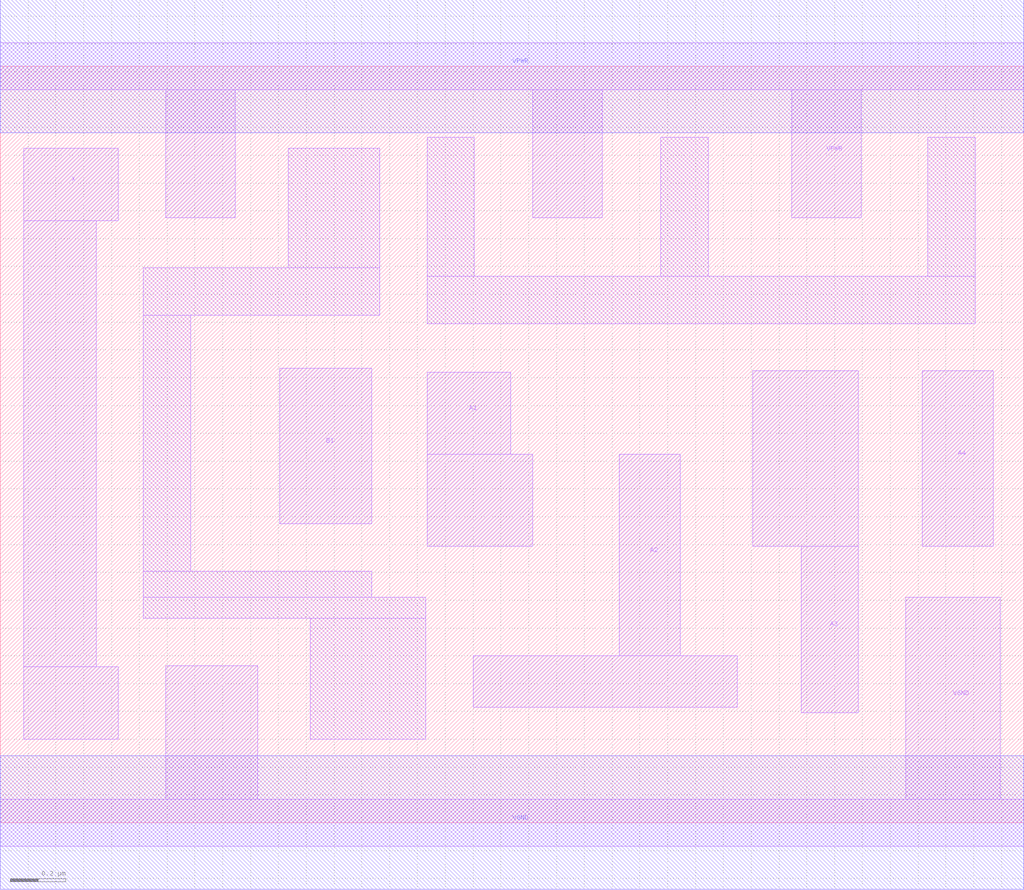
<source format=lef>
# Copyright 2020 The SkyWater PDK Authors
#
# Licensed under the Apache License, Version 2.0 (the "License");
# you may not use this file except in compliance with the License.
# You may obtain a copy of the License at
#
#     https://www.apache.org/licenses/LICENSE-2.0
#
# Unless required by applicable law or agreed to in writing, software
# distributed under the License is distributed on an "AS IS" BASIS,
# WITHOUT WARRANTIES OR CONDITIONS OF ANY KIND, either express or implied.
# See the License for the specific language governing permissions and
# limitations under the License.
#
# SPDX-License-Identifier: Apache-2.0

VERSION 5.5 ;
NAMESCASESENSITIVE ON ;
BUSBITCHARS "[]" ;
DIVIDERCHAR "/" ;
MACRO sky130_fd_sc_hd__a41o_1
  CLASS CORE ;
  SOURCE USER ;
  ORIGIN  0.000000  0.000000 ;
  SIZE  3.680000 BY  2.720000 ;
  SYMMETRY X Y R90 ;
  SITE unithd ;
  PIN A1
    ANTENNAGATEAREA  0.247500 ;
    DIRECTION INPUT ;
    USE SIGNAL ;
    PORT
      LAYER li1 ;
        RECT 1.535000 0.995000 1.915000 1.325000 ;
        RECT 1.535000 1.325000 1.835000 1.620000 ;
    END
  END A1
  PIN A2
    ANTENNAGATEAREA  0.247500 ;
    DIRECTION INPUT ;
    USE SIGNAL ;
    PORT
      LAYER li1 ;
        RECT 1.700000 0.415000 2.650000 0.600000 ;
        RECT 2.225000 0.600000 2.445000 1.325000 ;
    END
  END A2
  PIN A3
    ANTENNAGATEAREA  0.247500 ;
    DIRECTION INPUT ;
    USE SIGNAL ;
    PORT
      LAYER li1 ;
        RECT 2.705000 0.995000 3.085000 1.625000 ;
        RECT 2.880000 0.395000 3.085000 0.995000 ;
    END
  END A3
  PIN A4
    ANTENNAGATEAREA  0.247500 ;
    DIRECTION INPUT ;
    USE SIGNAL ;
    PORT
      LAYER li1 ;
        RECT 3.315000 0.995000 3.570000 1.625000 ;
    END
  END A4
  PIN B1
    ANTENNAGATEAREA  0.247500 ;
    DIRECTION INPUT ;
    USE SIGNAL ;
    PORT
      LAYER li1 ;
        RECT 1.005000 1.075000 1.335000 1.635000 ;
    END
  END B1
  PIN X
    ANTENNADIFFAREA  0.429000 ;
    DIRECTION OUTPUT ;
    USE SIGNAL ;
    PORT
      LAYER li1 ;
        RECT 0.085000 0.300000 0.425000 0.560000 ;
        RECT 0.085000 0.560000 0.345000 2.165000 ;
        RECT 0.085000 2.165000 0.425000 2.425000 ;
    END
  END X
  PIN VGND
    DIRECTION INOUT ;
    SHAPE ABUTMENT ;
    USE GROUND ;
    PORT
      LAYER li1 ;
        RECT 0.000000 -0.085000 3.680000 0.085000 ;
        RECT 0.595000  0.085000 0.925000 0.565000 ;
        RECT 3.255000  0.085000 3.595000 0.810000 ;
    END
    PORT
      LAYER met1 ;
        RECT 0.000000 -0.240000 3.680000 0.240000 ;
    END
  END VGND
  PIN VPWR
    DIRECTION INOUT ;
    SHAPE ABUTMENT ;
    USE POWER ;
    PORT
      LAYER li1 ;
        RECT 0.000000 2.635000 3.680000 2.805000 ;
        RECT 0.595000 2.175000 0.845000 2.635000 ;
        RECT 1.915000 2.175000 2.165000 2.635000 ;
        RECT 2.845000 2.175000 3.095000 2.635000 ;
    END
    PORT
      LAYER met1 ;
        RECT 0.000000 2.480000 3.680000 2.960000 ;
    END
  END VPWR
  OBS
    LAYER li1 ;
      RECT 0.515000 0.735000 1.530000 0.810000 ;
      RECT 0.515000 0.810000 1.335000 0.905000 ;
      RECT 0.515000 0.905000 0.685000 1.825000 ;
      RECT 0.515000 1.825000 1.365000 1.995000 ;
      RECT 1.035000 1.995000 1.365000 2.425000 ;
      RECT 1.115000 0.300000 1.530000 0.735000 ;
      RECT 1.535000 1.795000 3.505000 1.965000 ;
      RECT 1.535000 1.965000 1.705000 2.465000 ;
      RECT 2.375000 1.965000 2.545000 2.465000 ;
      RECT 3.335000 1.965000 3.505000 2.465000 ;
  END
END sky130_fd_sc_hd__a41o_1

</source>
